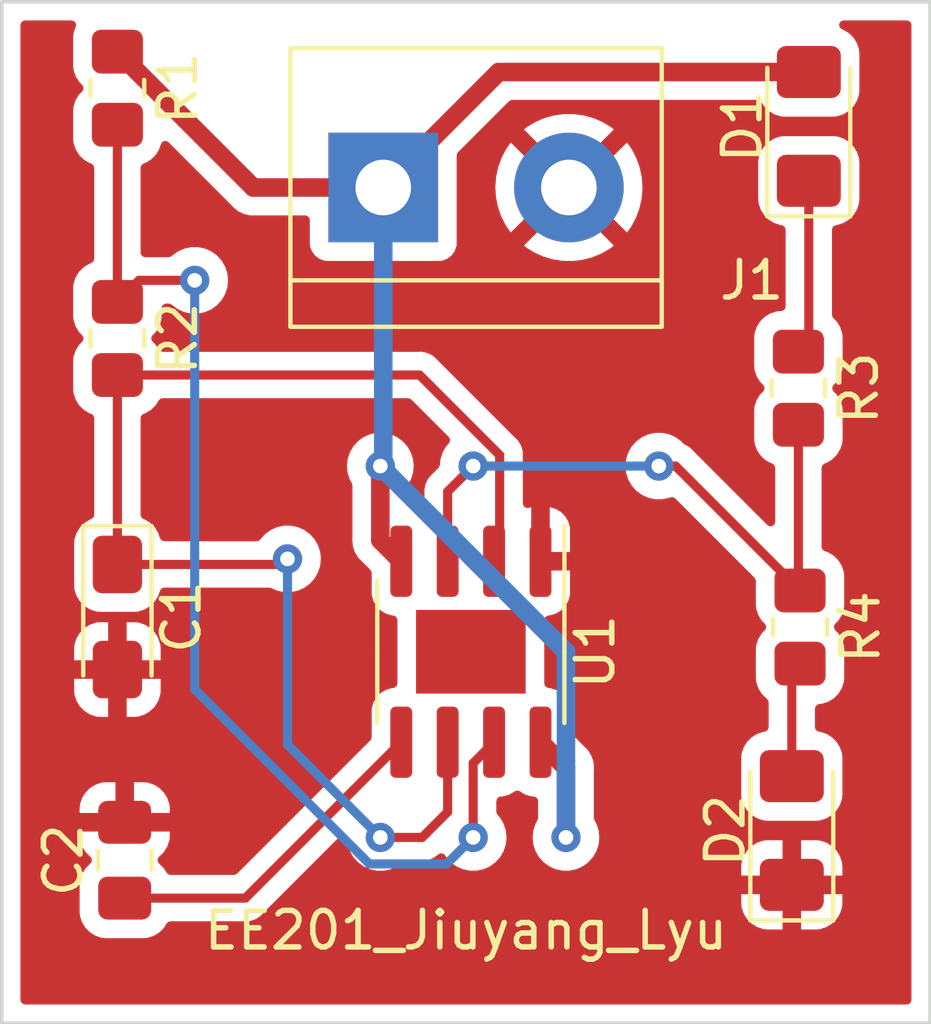
<source format=kicad_pcb>
(kicad_pcb (version 20211014) (generator pcbnew)
  (layers (0 "F.Cu" signal) (31 "B.Cu" signal) (34 "B.Paste" user) (35 "F.Paste" user) (36 "B.SilkS" user "B.Silkscreen") (37 "F.SilkS" user "F.Silkscreen") (38 "B.Mask" user) (39 "F.Mask" user) (44 "Edge.Cuts" user))
  (net 0 "")
  (net 1 "/pin_2")
  (net 2 "GND")
  (net 3 "Net-(C2-Pad1)")
  (net 4 "Net-(D1-Pad1)")
  (net 5 "+9V")
  (net 6 "Net-(D2-Pad2)")
  (net 7 "/pin_7")
  (net 8 "/pin_3")
  (footprint "Resistor_SMD:R_0805_2012Metric_Pad1.20x1.40mm_HandSolder" (layer "F.Cu") (at 151.3375 86.77 -90)
    (fp_text reference "R3" (at 0 -1.65 90) (layer "F.SilkS"))
    (fp_text value "1k")
    (fp_line (start -0.227064 -0.735) (end 0.227064 -0.735) (layer "F.SilkS") (width 0.12))
    (fp_line (start -0.227064 0.735) (end 0.227064 0.735) (layer "F.SilkS") (width 0.12))
    (pad "1" smd roundrect (at -1 0 270) (size 1.2 1.4) (layers "F.Cu" "F.Paste" "F.Mask") (roundrect_rratio 0.2083333333) (net 4 "Net-(D1-Pad1)"))
    (pad "2" smd roundrect (at 1 0 270) (size 1.2 1.4) (layers "F.Cu" "F.Paste" "F.Mask") (roundrect_rratio 0.2083333333) (net 8 "/pin_3"))
  )
  (footprint "Resistor_SMD:R_0805_2012Metric_Pad1.20x1.40mm_HandSolder" (layer "F.Cu") (at 151.3825 93.304128 -90)
    (fp_text reference "R4" (at 0 -1.65 90) (layer "F.SilkS"))
    (fp_text value "1k")
    (fp_line (start -0.227064 -0.735) (end 0.227064 -0.735) (layer "F.SilkS") (width 0.12))
    (fp_line (start -0.227064 0.735) (end 0.227064 0.735) (layer "F.SilkS") (width 0.12))
    (pad "1" smd roundrect (at -1 0 270) (size 1.2 1.4) (layers "F.Cu" "F.Paste" "F.Mask") (roundrect_rratio 0.2083333333) (net 8 "/pin_3"))
    (pad "2" smd roundrect (at 1 0 270) (size 1.2 1.4) (layers "F.Cu" "F.Paste" "F.Mask") (roundrect_rratio 0.2083333333) (net 6 "Net-(D2-Pad2)"))
  )
  (footprint "Resistor_SMD:R_0805_2012Metric_Pad1.20x1.40mm_HandSolder" (layer "F.Cu") (at 132.7025 85.409448 -90)
    (fp_text reference "R2" (at 0 -1.65 90) (layer "F.SilkS"))
    (fp_text value "10k")
    (fp_line (start -0.227064 0.735) (end 0.227064 0.735) (layer "F.SilkS") (width 0.12))
    (fp_line (start -0.227064 -0.735) (end 0.227064 -0.735) (layer "F.SilkS") (width 0.12))
    (pad "1" smd roundrect (at -1 0 270) (size 1.2 1.4) (layers "F.Cu" "F.Paste" "F.Mask") (roundrect_rratio 0.2083333333) (net 7 "/pin_7"))
    (pad "2" smd roundrect (at 1 0 270) (size 1.2 1.4) (layers "F.Cu" "F.Paste" "F.Mask") (roundrect_rratio 0.2083333333) (net 1 "/pin_2"))
  )
  (footprint "LED_SMD:LED_1206_3216Metric_Pad1.42x1.75mm_HandSolder" (layer "F.Cu") (at 151.6225 79.6075 90)
    (fp_text reference "D1" (at 0 -1.82 90) (layer "F.SilkS"))
    (fp_text value "LED")
    (fp_line (start -2.46 -1.135) (end -2.46 1.135) (layer "F.SilkS") (width 0.12))
    (fp_line (start 1.6 -1.135) (end -2.46 -1.135) (layer "F.SilkS") (width 0.12))
    (fp_line (start -2.46 1.135) (end 1.6 1.135) (layer "F.SilkS") (width 0.12))
    (pad "1" smd roundrect (at -1.4875 0 90) (size 1.425 1.75) (layers "F.Cu" "F.Paste" "F.Mask") (roundrect_rratio 0.1754392982) (net 4 "Net-(D1-Pad1)"))
    (pad "2" smd roundrect (at 1.4875 0 90) (size 1.425 1.75) (layers "F.Cu" "F.Paste" "F.Mask") (roundrect_rratio 0.1754392982) (net 5 "+9V"))
  )
  (footprint "Package_SO:SOIC-8-1EP_3.9x4.9mm_P1.27mm_EP2.29x3mm" (layer "F.Cu") (at 142.375 93.98 -90)
    (fp_text reference "U1" (at 0 -3.4 90) (layer "F.SilkS"))
    (fp_text value "NE555D")
    (fp_line (start 0 -2.56) (end -3.45 -2.56) (layer "F.SilkS") (width 0.12))
    (fp_line (start 0 2.56) (end 1.95 2.56) (layer "F.SilkS") (width 0.12))
    (fp_line (start 0 -2.56) (end 1.95 -2.56) (layer "F.SilkS") (width 0.12))
    (fp_line (start 0 2.56) (end -1.95 2.56) (layer "F.SilkS") (width 0.12))
    (pad "1" smd roundrect (at -2.475 -1.905 270) (size 1.95 0.6) (layers "F.Cu" "F.Paste" "F.Mask") (net 2 "GND"))
    (pad "2" smd roundrect (at -2.475 -0.635 270) (size 1.95 0.6) (layers "F.Cu" "F.Paste" "F.Mask") (net 1 "/pin_2"))
    (pad "3" smd roundrect (at -2.475 0.635 270) (size 1.95 0.6) (layers "F.Cu" "F.Paste" "F.Mask") (net 8 "/pin_3"))
    (pad "4" smd roundrect (at -2.475 1.905 270) (size 1.95 0.6) (layers "F.Cu" "F.Paste" "F.Mask") (net 5 "+9V"))
    (pad "5" smd roundrect (at 2.475 1.905 270) (size 1.95 0.6) (layers "F.Cu" "F.Paste" "F.Mask") (net 3 "Net-(C2-Pad1)"))
    (pad "6" smd roundrect (at 2.475 0.635 270) (size 1.95 0.6) (layers "F.Cu" "F.Paste" "F.Mask") (net 1 "/pin_2"))
    (pad "7" smd roundrect (at 2.475 -0.635 270) (size 1.95 0.6) (layers "F.Cu" "F.Paste" "F.Mask") (net 7 "/pin_7"))
    (pad "8" smd roundrect (at 2.475 -1.905 270) (size 1.95 0.6) (layers "F.Cu" "F.Paste" "F.Mask") (net 5 "+9V"))
    (pad "9" smd rect (at 0 0 270) (size 2.29 3) (layers "F.Cu" "F.Mask"))
  )
  (footprint "TerminalBlock:TerminalBlock_bornier-2_P5.08mm" (layer "F.Cu") (at 139.9775 81.28)
    (fp_text reference "J1" (at 10.08 2.54) (layer "F.SilkS"))
    (fp_text value "Conn_01x02_Male")
    (fp_line (start 7.62 -3.81) (end -2.54 -3.81) (layer "F.SilkS") (width 0.12))
    (fp_line (start -2.54 -3.81) (end -2.54 3.81) (layer "F.SilkS") (width 0.12))
    (fp_line (start 7.62 2.54) (end -2.54 2.54) (layer "F.SilkS") (width 0.12))
    (fp_line (start 7.62 3.81) (end 7.62 -3.81) (layer "F.SilkS") (width 0.12))
    (fp_line (start -2.54 3.81) (end 7.62 3.81) (layer "F.SilkS") (width 0.12))
    (pad "1" thru_hole rect (at 0 0) (size 3 3) (drill 1.52) (layers *.Cu *.Mask) (net 5 "+9V"))
    (pad "2" thru_hole circle (at 5.08 0) (size 3 3) (drill 1.52) (layers *.Cu *.Mask) (net 2 "GND"))
  )
  (footprint "LED_SMD:LED_1206_3216Metric_Pad1.42x1.75mm_HandSolder" (layer "F.Cu") (at 151.1575 98.87 90)
    (fp_text reference "D2" (at 0 -1.82 90) (layer "F.SilkS"))
    (fp_text value "LED")
    (fp_line (start -2.46 1.135) (end 1.6 1.135) (layer "F.SilkS") (width 0.12))
    (fp_line (start 1.6 -1.135) (end -2.46 -1.135) (layer "F.SilkS") (width 0.12))
    (fp_line (start -2.46 -1.135) (end -2.46 1.135) (layer "F.SilkS") (width 0.12))
    (pad "1" smd roundrect (at -1.4875 0 90) (size 1.425 1.75) (layers "F.Cu" "F.Paste" "F.Mask") (roundrect_rratio 0.1754392982) (net 2 "GND"))
    (pad "2" smd roundrect (at 1.4875 0 90) (size 1.425 1.75) (layers "F.Cu" "F.Paste" "F.Mask") (roundrect_rratio 0.1754392982) (net 6 "Net-(D2-Pad2)"))
  )
  (footprint "Capacitor_SMD:C_0805_2012Metric_Pad1.18x1.45mm_HandSolder" (layer "F.Cu") (at 132.9025 99.6825 90)
    (fp_text reference "C2" (at 0 -1.68 90) (layer "F.SilkS"))
    (fp_text value "0.01μF")
    (fp_line (start -0.261252 0.735) (end 0.261252 0.735) (layer "F.SilkS") (width 0.12))
    (fp_line (start -0.261252 -0.735) (end 0.261252 -0.735) (layer "F.SilkS") (width 0.12))
    (pad "1" smd roundrect (at -1.0375 0 90) (size 1.175 1.45) (layers "F.Cu" "F.Paste" "F.Mask") (roundrect_rratio 0.2127659574) (net 3 "Net-(C2-Pad1)"))
    (pad "2" smd roundrect (at 1.0375 0 90) (size 1.175 1.45) (layers "F.Cu" "F.Paste" "F.Mask") (roundrect_rratio 0.2127659574) (net 2 "GND"))
  )
  (footprint "Resistor_SMD:R_0805_2012Metric_Pad1.20x1.40mm_HandSolder" (layer "F.Cu") (at 132.7025 78.562384 -90)
    (fp_text reference "R1" (at 0 -1.65 90) (layer "F.SilkS"))
    (fp_text value "1k")
    (fp_line (start -0.227064 0.735) (end 0.227064 0.735) (layer "F.SilkS") (width 0.12))
    (fp_line (start -0.227064 -0.735) (end 0.227064 -0.735) (layer "F.SilkS") (width 0.12))
    (pad "1" smd roundrect (at -1 0 270) (size 1.2 1.4) (layers "F.Cu" "F.Paste" "F.Mask") (roundrect_rratio 0.2083333333) (net 5 "+9V"))
    (pad "2" smd roundrect (at 1 0 270) (size 1.2 1.4) (layers "F.Cu" "F.Paste" "F.Mask") (roundrect_rratio 0.2083333333) (net 7 "/pin_7"))
  )
  (footprint "Capacitor_Tantalum_SMD:CP_EIA-3216-18_Kemet-A_Pad1.58x1.35mm_HandSolder" (layer "F.Cu") (at 132.7025 93.029448 -90)
    (fp_text reference "C1" (at 0 -1.75 90) (layer "F.SilkS"))
    (fp_text value "10μF")
    (fp_line (start 1.6 -0.935) (end -2.485 -0.935) (layer "F.SilkS") (width 0.12))
    (fp_line (start -2.485 0.935) (end 1.6 0.935) (layer "F.SilkS") (width 0.12))
    (fp_line (start -2.485 -0.935) (end -2.485 0.935) (layer "F.SilkS") (width 0.12))
    (pad "1" smd roundrect (at -1.4375 0 270) (size 1.575 1.35) (layers "F.Cu" "F.Paste" "F.Mask") (roundrect_rratio 0.1851851852) (net 1 "/pin_2"))
    (pad "2" smd roundrect (at 1.4375 0 270) (size 1.575 1.35) (layers "F.Cu" "F.Paste" "F.Mask") (roundrect_rratio 0.1851851852) (net 2 "GND"))
  )
  (gr_rect (start 129.54 76.2) (end 154.94 104.14) (layer "Edge.Cuts") (width 0.1) (fill none))
  (gr_text "EE201_Jiuyang_Lyu" (at 142.24 101.6) (layer "F.SilkS") (effects (font (size 1 1))))
  (segment (start 143.1625 91.3525) (end 143.1625 88.599695) (width 0.25) (layer "F.Cu") (net 1))
  (segment (start 141.74 98.3625) (end 141.0425 99.06) (width 0.25) (layer "F.Cu") (net 1))
  (segment (start 141.74 96.455) (end 141.74 98.3625) (width 0.25) (layer "F.Cu") (net 1))
  (segment (start 143.01 91.505) (end 143.1625 91.3525) (width 0.25) (layer "F.Cu") (net 1))
  (segment (start 132.7025 91.591948) (end 137.205552 91.591948) (width 0.25) (layer "F.Cu") (net 1))
  (segment (start 140.972253 86.409448) (end 132.7025 86.409448) (width 0.25) (layer "F.Cu") (net 1))
  (segment (start 143.1625 88.599695) (end 140.972253 86.409448) (width 0.25) (layer "F.Cu") (net 1))
  (segment (start 132.7025 86.409448) (end 132.7025 91.591948) (width 0.25) (layer "F.Cu") (net 1))
  (segment (start 141.0425 99.06) (end 139.8975 99.06) (width 0.25) (layer "F.Cu") (net 1))
  (segment (start 137.205552 91.591948) (end 137.3575 91.44) (width 0.25) (layer "F.Cu") (net 1))
  (via (at 139.8975 99.06) (size 0.8) (drill 0.4) (layers "F.Cu" "B.Cu") (net 1))
  (via (at 137.3575 91.44) (size 0.8) (drill 0.4) (layers "F.Cu" "B.Cu") (net 1))
  (segment (start 137.3575 91.44) (end 137.3575 96.52) (width 0.25) (layer "B.Cu") (net 1))
  (segment (start 137.3575 96.52) (end 139.8975 99.06) (width 0.25) (layer "B.Cu") (net 1))
  (segment (start 132.7025 94.466948) (end 132.9025 94.666948) (width 0.25) (layer "F.Cu") (net 2))
  (segment (start 136.205 100.72) (end 140.47 96.455) (width 0.25) (layer "F.Cu") (net 3))
  (segment (start 132.9025 100.72) (end 136.205 100.72) (width 0.25) (layer "F.Cu") (net 3))
  (segment (start 151.3375 85.77) (end 151.6225 85.485) (width 0.25) (layer "F.Cu") (net 4))
  (segment (start 151.6225 85.485) (end 151.6225 81.095) (width 0.25) (layer "F.Cu") (net 4))
  (segment (start 144.28 96.455) (end 144.9775 97.1525) (width 0.508) (layer "F.Cu") (net 5))
  (segment (start 132.7025 77.562384) (end 136.420116 81.28) (width 0.508) (layer "F.Cu") (net 5))
  (segment (start 136.420116 81.28) (end 139.9775 81.28) (width 0.508) (layer "F.Cu") (net 5))
  (segment (start 139.8975 90.9325) (end 139.8975 88.9) (width 0.508) (layer "F.Cu") (net 5))
  (segment (start 144.9775 97.1525) (end 144.9775 99.06) (width 0.508) (layer "F.Cu") (net 5))
  (segment (start 139.9775 81.28) (end 143.1375 78.12) (width 0.508) (layer "F.Cu") (net 5))
  (segment (start 143.1375 78.12) (end 151.6225 78.12) (width 0.508) (layer "F.Cu") (net 5))
  (segment (start 140.47 91.505) (end 139.8975 90.9325) (width 0.508) (layer "F.Cu") (net 5))
  (via (at 144.9775 99.06) (size 0.8) (drill 0.4) (layers "F.Cu" "B.Cu") (net 5))
  (via (at 139.8975 88.9) (size 0.8) (drill 0.4) (layers "F.Cu" "B.Cu") (net 5))
  (segment (start 139.9775 88.82) (end 139.9775 81.28) (width 0.508) (layer "B.Cu") (net 5))
  (segment (start 139.8975 88.9) (end 139.9775 88.82) (width 0.25) (layer "B.Cu") (net 5))
  (segment (start 139.8975 88.9) (end 144.9775 93.98) (width 0.508) (layer "B.Cu") (net 5))
  (segment (start 144.9775 93.98) (end 144.9775 99.06) (width 0.508) (layer "B.Cu") (net 5))
  (segment (start 151.1575 94.529128) (end 151.1575 97.3825) (width 0.25) (layer "F.Cu") (net 6))
  (segment (start 151.3825 94.304128) (end 151.1575 94.529128) (width 0.25) (layer "F.Cu") (net 6))
  (segment (start 134.8175 83.82) (end 133.291948 83.82) (width 0.25) (layer "F.Cu") (net 7))
  (segment (start 132.7025 79.562384) (end 132.7025 84.409448) (width 0.25) (layer "F.Cu") (net 7))
  (segment (start 143.01 96.455) (end 142.4375 97.0275) (width 0.25) (layer "F.Cu") (net 7))
  (segment (start 133.291948 83.82) (end 132.7025 84.409448) (width 0.25) (layer "F.Cu") (net 7))
  (segment (start 142.4375 97.0275) (end 142.4375 99.06) (width 0.25) (layer "F.Cu") (net 7))
  (via (at 134.8175 83.82) (size 0.8) (drill 0.4) (layers "F.Cu" "B.Cu") (net 7))
  (via (at 142.4375 99.06) (size 0.8) (drill 0.4) (layers "F.Cu" "B.Cu") (net 7))
  (segment (start 139.597195 99.785) (end 134.8175 95.005305) (width 0.25) (layer "B.Cu") (net 7))
  (segment (start 141.7125 99.785) (end 139.597195 99.785) (width 0.25) (layer "B.Cu") (net 7))
  (segment (start 134.8175 95.005305) (end 134.8175 83.82) (width 0.25) (layer "B.Cu") (net 7))
  (segment (start 142.4375 99.06) (end 141.7125 99.785) (width 0.25) (layer "B.Cu") (net 7))
  (segment (start 141.74 89.5975) (end 142.4375 88.9) (width 0.25) (layer "F.Cu") (net 8))
  (segment (start 151.3825 92.304128) (end 151.3375 92.259128) (width 0.25) (layer "F.Cu") (net 8))
  (segment (start 151.3825 92.304128) (end 147.978372 88.9) (width 0.25) (layer "F.Cu") (net 8))
  (segment (start 147.978372 88.9) (end 147.5175 88.9) (width 0.25) (layer "F.Cu") (net 8))
  (segment (start 141.74 91.505) (end 141.74 89.5975) (width 0.25) (layer "F.Cu") (net 8))
  (segment (start 151.3375 92.259128) (end 151.3375 87.77) (width 0.25) (layer "F.Cu") (net 8))
  (via (at 147.5175 88.9) (size 0.8) (drill 0.4) (layers "F.Cu" "B.Cu") (net 8))
  (via (at 142.4375 88.9) (size 0.8) (drill 0.4) (layers "F.Cu" "B.Cu") (net 8))
  (segment (start 147.5175 88.9) (end 142.4375 88.9) (width 0.25) (layer "B.Cu") (net 8))
  (zone (net 2) (net_name "GND") (layer "F.Cu") (connect_pads (clearance 0.508)) (min_thickness 0.254) (fill yes (thermal_gap 0.508) (thermal_bridge_width 0.508))
    (polygon (pts (xy 154.94 104.14) (xy 129.54 104.14) (xy 129.54 76.2) (xy 154.94 76.2)))
  )
)
</source>
